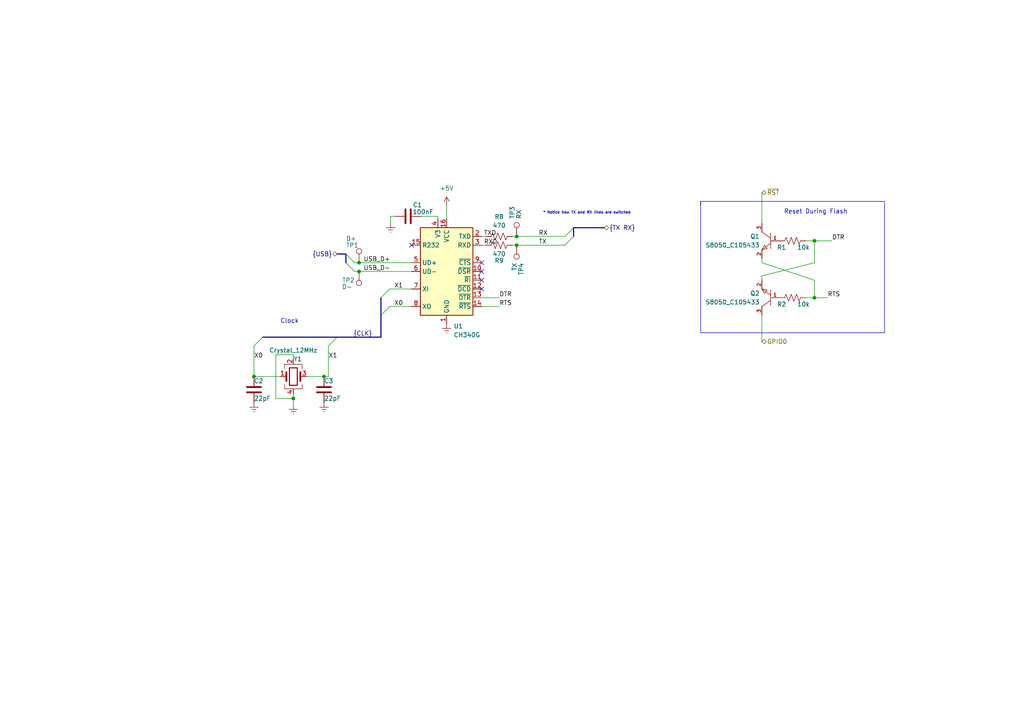
<source format=kicad_sch>
(kicad_sch (version 20230121) (generator eeschema)
  (paper "A4")
  (title_block (title "Spotify Reactive IoT LED Strip Driver") (date "2023-08-13") (rev "v1.8-a") (comment 1 "A modular, internet connected LED strip driver") (comment 2 "that reacts to the currently playing song on spotify"))
  (lib_symbols
    (symbol "Connector:TestPoint" (pin_numbers hide) (pin_names (offset 0.762) hide)
      (property "Reference" "TP" (at 0 6.858 0))
      (property "Value" "TestPoint" (at 0 5.08 0))
      (symbol "TestPoint_0_1"
        (circle (center 0 3.302) (radius 0.762))
      )
      (symbol "TestPoint_1_1"
        (pin passive line (at 0 0 90) (length 2.54) (name "1") (number "1"))
      )
    )
    (symbol "Device:C" (pin_numbers hide) (pin_names (offset 0.254))
      (property "Reference" "C" (at 0.635 2.54 0))
      (property "Value" "C" (at 0.635 -2.54 0))
      (symbol "C_0_1"
        (polyline (pts (xy -2.032 -0.762) (xy 2.032 -0.762)) (stroke (width 0.508)))
        (polyline (pts (xy -2.032 0.762) (xy 2.032 0.762)) (stroke (width 0.508)))
      )
      (symbol "C_1_1"
        (pin passive line (at 0 3.81 270) (length 2.794) (name "~") (number "1"))
        (pin passive line (at 0 -3.81 90) (length 2.794) (name "~") (number "2"))
      )
    )
    (symbol "Device:Crystal_GND24" (pin_names (offset 1.016) hide)
      (property "Reference" "Y" (at 3.175 5.08 0))
      (property "Value" "Crystal_GND24" (at 3.175 3.175 0))
      (symbol "Crystal_GND24_0_1"
        (rectangle (start -1.143 2.54) (end 1.143 -2.54) (stroke (width 0.3048)))
        (polyline (pts (xy -2.54 0) (xy -2.032 0)))
        (polyline (pts (xy -2.032 -1.27) (xy -2.032 1.27)) (stroke (width 0.508)))
        (polyline (pts (xy 0 -3.81) (xy 0 -3.556)))
        (polyline (pts (xy 0 3.556) (xy 0 3.81)))
        (polyline (pts (xy 2.032 -1.27) (xy 2.032 1.27)) (stroke (width 0.508)))
        (polyline (pts (xy 2.032 0) (xy 2.54 0)))
        (polyline (pts (xy -2.54 -2.286) (xy -2.54 -3.556) (xy 2.54 -3.556) (xy 2.54 -2.286)))
        (polyline (pts (xy -2.54 2.286) (xy -2.54 3.556) (xy 2.54 3.556) (xy 2.54 2.286)))
      )
      (symbol "Crystal_GND24_1_1"
        (pin passive line (at -3.81 0 0) (length 1.27) (name "1") (number "1"))
        (pin passive line (at 0 5.08 270) (length 1.27) (name "2") (number "2"))
        (pin passive line (at 3.81 0 180) (length 1.27) (name "3") (number "3"))
        (pin passive line (at 0 -5.08 90) (length 1.27) (name "4") (number "4"))
      )
    )
    (symbol "Device:R_US" (pin_numbers hide) (pin_names (offset 0))
      (property "Reference" "R" (at 2.54 0 90))
      (property "Value" "R_US" (at -2.54 0 90))
      (symbol "R_US_0_1"
        (polyline (pts (xy 0 -2.286) (xy 0 -2.54)))
        (polyline (pts (xy 0 2.286) (xy 0 2.54)))
        (polyline (pts (xy 0 -0.762) (xy 1.016 -1.143) (xy 0 -1.524) (xy -1.016 -1.905) (xy 0 -2.286)))
        (polyline (pts (xy 0 0.762) (xy 1.016 0.381) (xy 0 0) (xy -1.016 -0.381) (xy 0 -0.762)))
        (polyline (pts (xy 0 2.286) (xy 1.016 1.905) (xy 0 1.524) (xy -1.016 1.143) (xy 0 0.762)))
      )
      (symbol "R_US_1_1"
        (pin passive line (at 0 3.81 270) (length 1.27) (name "~") (number "1"))
        (pin passive line (at 0 -3.81 90) (length 1.27) (name "~") (number "2"))
      )
    )
    (symbol "Interface_USB:CH340G"
      (property "Reference" "U" (at -5.08 13.97 0))
      (property "Value" "CH340G" (at 1.27 13.97 0))
      (symbol "CH340G_0_1"
        (rectangle (start -7.62 12.7) (end 7.62 -12.7) (stroke (width 0.254)) (fill (type background)))
      )
      (symbol "CH340G_1_1"
        (pin power_in line (at 0 -15.24 90) (length 2.54) (name "GND") (number "1"))
        (pin input line (at 10.16 0 180) (length 2.54) (name "~{DSR}") (number "10"))
        (pin input line (at 10.16 -2.54 180) (length 2.54) (name "~{RI}") (number "11"))
        (pin input line (at 10.16 -5.08 180) (length 2.54) (name "~{DCD}") (number "12"))
        (pin output line (at 10.16 -7.62 180) (length 2.54) (name "~{DTR}") (number "13"))
        (pin output line (at 10.16 -10.16 180) (length 2.54) (name "~{RTS}") (number "14"))
        (pin input line (at -10.16 7.62 0) (length 2.54) (name "R232") (number "15"))
        (pin power_in line (at 0 15.24 270) (length 2.54) (name "VCC") (number "16"))
        (pin output line (at 10.16 10.16 180) (length 2.54) (name "TXD") (number "2"))
        (pin input line (at 10.16 7.62 180) (length 2.54) (name "RXD") (number "3"))
        (pin passive line (at -2.54 15.24 270) (length 2.54) (name "V3") (number "4"))
        (pin bidirectional line (at -10.16 2.54 0) (length 2.54) (name "UD+") (number "5"))
        (pin bidirectional line (at -10.16 0 0) (length 2.54) (name "UD-") (number "6"))
        (pin input line (at -10.16 -5.08 0) (length 2.54) (name "XI") (number "7"))
        (pin output line (at -10.16 -10.16 0) (length 2.54) (name "XO") (number "8"))
        (pin input line (at 10.16 2.54 180) (length 2.54) (name "~{CTS}") (number "9"))
      )
    )
    (symbol "S8050_lib:S8050_C105433" (pin_names hide)
      (property "Reference" "U" (at 0 1.27 0))
      (property "Value" "S8050_C105433" (at 0 -2.54 0))
      (symbol "S8050_C105433_0_1"
        (polyline (pts (xy 0 -0.762) (xy 2.54 -2.54)))
        (polyline (pts (xy 0 2.286) (xy 0 -2.286)))
        (polyline (pts (xy 2.54 2.54) (xy 0 0.762)))
        (polyline (pts (xy 2.54 -2.54) (xy 1.778 -1.27) (xy 1.016 -2.286) (xy 2.54 -2.54)) (fill (type background)))
        (pin input line (at -2.54 0 0) (length 2.54) (name "1") (number "1"))
        (pin input line (at 2.54 -5.08 90) (length 2.54) (name "2") (number "2"))
        (pin input line (at 2.54 5.08 270) (length 2.54) (name "3") (number "3"))
      )
    )
    (symbol "power:+5V" (power) (pin_names (offset 0))
      (property "Value" "+5V" (at 0 3.556 0))
      (symbol "+5V_0_1"
        (polyline (pts (xy -0.762 1.27) (xy 0 2.54)))
        (polyline (pts (xy 0 0) (xy 0 2.54)))
        (polyline (pts (xy 0 2.54) (xy 0.762 1.27)))
      )
      (symbol "+5V_1_1"
        (pin power_in line (at 0 0 90) (length 0) hide (name "+5V") (number "1"))
      )
    )
    (symbol "power:Earth" (power) (pin_names (offset 0))
      (symbol "Earth_0_1"
        (polyline (pts (xy -0.635 -1.905) (xy 0.635 -1.905)))
        (polyline (pts (xy -0.127 -2.54) (xy 0.127 -2.54)))
        (polyline (pts (xy 0 -1.27) (xy 0 0)))
        (polyline (pts (xy 1.27 -1.27) (xy -1.27 -1.27)))
      )
      (symbol "Earth_1_1"
        (pin power_in line (at 0 0 270) (length 0) hide (name "Earth") (number "1"))
      )
    )
  )
  (junction (at 236.22 69.85))
  (junction (at 104.14 76.2))
  (junction (at 149.86 71.12))
  (junction (at 85.09 115.57))
  (junction (at 73.66 109.22))
  (junction (at 236.22 86.36))
  (junction (at 104.14 78.74))
  (junction (at 93.98 109.22))
  (junction (at 149.86 68.58))
  (no_connect (at 119.38 71.12))
  (no_connect (at 139.7 81.28))
  (no_connect (at 139.7 76.2))
  (no_connect (at 139.7 83.82))
  (no_connect (at 139.7 78.74))
  (bus_entry (at 110.49 91.44) (size 2.54 -2.54))
  (bus_entry (at 95.25 100.33) (size 2.54 -2.54))
  (bus_entry (at 163.83 71.12) (size 2.54 -2.54))
  (bus_entry (at 100.33 76.2) (size 2.54 2.54))
  (bus_entry (at 100.33 73.66) (size 2.54 2.54))
  (bus_entry (at 163.83 68.58) (size 2.54 -2.54))
  (bus_entry (at 73.66 100.33) (size 2.54 -2.54))
  (bus_entry (at 110.49 86.36) (size 2.54 -2.54))
  (wire (pts (xy 122.174 62.738) (xy 127 62.738)))
  (wire (pts (xy 220.98 80.01) (xy 220.98 81.28)))
  (polyline (pts (xy 256.54 58.42) (xy 203.2 58.42)))
  (wire (pts (xy 102.87 78.74) (xy 104.14 78.74)))
  (wire (pts (xy 220.98 91.44) (xy 220.98 99.06)))
  (wire (pts (xy 139.7 88.9) (xy 144.78 88.9)))
  (wire (pts (xy 73.66 109.22) (xy 81.28 109.22)))
  (polyline (pts (xy 203.2 96.52) (xy 256.54 96.52)))
  (bus (pts (xy 110.49 97.79) (xy 97.79 97.79)))
  (polyline (pts (xy 203.2 58.42) (xy 203.2 59.69)))
  (wire (pts (xy 73.66 100.33) (xy 73.66 109.22)))
  (wire (pts (xy 139.7 86.36) (xy 144.78 86.36)))
  (wire (pts (xy 80.01 102.87) (xy 80.01 115.57)))
  (wire (pts (xy 113.03 83.82) (xy 119.38 83.82)))
  (bus (pts (xy 97.79 73.66) (xy 100.33 73.66)))
  (wire (pts (xy 139.7 71.12) (xy 140.97 71.12)))
  (wire (pts (xy 220.98 74.93) (xy 220.98 76.2)))
  (wire (pts (xy 129.54 59.69) (xy 129.54 63.5)))
  (wire (pts (xy 220.98 76.2) (xy 236.22 81.28)))
  (wire (pts (xy 236.22 69.85) (xy 236.22 76.2)))
  (bus (pts (xy 166.37 68.58) (xy 166.37 66.04)))
  (bus (pts (xy 110.49 91.44) (xy 110.49 97.79)))
  (wire (pts (xy 139.7 68.58) (xy 140.97 68.58)))
  (wire (pts (xy 233.68 69.85) (xy 236.22 69.85)))
  (wire (pts (xy 104.14 78.74) (xy 119.38 78.74)))
  (wire (pts (xy 95.25 100.33) (xy 95.25 109.22)))
  (bus (pts (xy 166.37 66.04) (xy 175.26 66.04)))
  (wire (pts (xy 236.22 86.36) (xy 240.03 86.36)))
  (wire (pts (xy 102.87 76.2) (xy 104.14 76.2)))
  (wire (pts (xy 148.59 71.12) (xy 149.86 71.12)))
  (wire (pts (xy 220.98 80.01) (xy 236.22 76.2)))
  (wire (pts (xy 80.01 115.57) (xy 85.09 115.57)))
  (wire (pts (xy 113.03 88.9) (xy 119.38 88.9)))
  (wire (pts (xy 85.09 104.14) (xy 85.09 102.87)))
  (wire (pts (xy 233.68 86.36) (xy 236.22 86.36)))
  (wire (pts (xy 127 62.738) (xy 127 63.5)))
  (wire (pts (xy 93.98 109.22) (xy 95.25 109.22)))
  (wire (pts (xy 85.09 102.87) (xy 80.01 102.87)))
  (wire (pts (xy 85.09 115.57) (xy 85.09 117.475)))
  (wire (pts (xy 149.86 71.12) (xy 163.83 71.12)))
  (bus (pts (xy 110.49 86.36) (xy 110.49 91.44)))
  (wire (pts (xy 85.09 114.3) (xy 85.09 115.57)))
  (wire (pts (xy 220.98 55.88) (xy 220.98 64.77)))
  (wire (pts (xy 113.284 62.738) (xy 113.284 64.77)))
  (wire (pts (xy 148.59 68.58) (xy 149.86 68.58)))
  (bus (pts (xy 76.2 97.79) (xy 97.79 97.79)))
  (wire (pts (xy 236.22 69.85) (xy 241.3 69.85)))
  (wire (pts (xy 114.554 62.738) (xy 113.284 62.738)))
  (polyline (pts (xy 203.2 58.42) (xy 203.2 96.52)))
  (wire (pts (xy 104.14 76.2) (xy 119.38 76.2)))
  (wire (pts (xy 236.22 81.28) (xy 236.22 86.36)))
  (bus (pts (xy 100.33 73.66) (xy 100.33 76.2)))
  (polyline (pts (xy 256.54 96.52) (xy 256.54 58.42)))
  (wire (pts (xy 149.86 68.58) (xy 163.83 68.58)))
  (wire (pts (xy 88.9 109.22) (xy 93.98 109.22)))
  (text "* Notice how TX and RX lines are switched" (at 157.48 62.23 0) (effects (font (size 0.762 0.762)) (justify left bottom)))
  (text "Reset During Flash" (at 227.33 62.23 0) (effects (font (size 1.27 1.27)) (justify left bottom)))
  (text "Clock\n" (at 81.28 93.98 0) (effects (font (size 1.27 1.27)) (justify left bottom)))
  (label "DTR" (at 241.3 69.85 0))
  (label "X0" (at 73.66 104.14 0))
  (label "X1" (at 114.3 83.82 0))
  (label "{CLK}" (at 107.95 97.79 180))
  (label "RX" (at 156.21 68.58 0))
  (label "USB_D+" (at 105.41 76.2 0))
  (label "RXD" (at 140.335 71.12 0))
  (label "RTS" (at 144.78 88.9 0))
  (label "USB_D-" (at 105.41 78.74 0))
  (label "TX" (at 156.21 71.12 0))
  (label "X0" (at 114.3 88.9 0))
  (label "RTS" (at 240.03 86.36 0))
  (label "TXD" (at 140.335 68.58 0))
  (label "X1" (at 95.25 104.14 0))
  (label "DTR" (at 144.78 86.36 0))
  (hierarchical_label "~{RST}" (shape bidirectional) (at 220.98 55.88 0))
  (hierarchical_label "{TX RX}" (shape bidirectional) (at 175.26 66.04 0))
  (hierarchical_label "{USB}" (shape bidirectional) (at 97.79 73.66 180))
  (hierarchical_label "GPIO0" (shape bidirectional) (at 220.98 99.06 0))
  (symbol (lib_id "power:Earth") (at 93.98 116.84 0) (mirror y) (unit 1)
    (property "Reference" "#PWR0108" (effects hide))
    (property "Value" "Earth" (effects hide))
  )
  (symbol (lib_id "S8050_lib:S8050_C105433") (at 223.52 86.36 180) (unit 1)
    (property "Reference" "Q2" (at 220.345 85.0899 0) (effects (justify left)))
    (property "Value" "S8050_C105433" (at 220.345 87.6299 0) (effects (justify left)))
    (property "Footprint" "Package_TO_SOT_SMD:SOT-23-3" (effects hide))
    (property "Datasheet" "https://item.szlcsc.com/14454.html" (effects hide))
    (property "LCSC" "C105433" (effects hide))
    (property "Vendor" "https://www.lcsc.com/product-detail/Bipolar-Transistors-BJT_Jiangsu-Changjing-Electronics-Technology-Co-Ltd-S8050_C105433.html" (effects hide))
  )
  (symbol (lib_id "Connector:TestPoint") (at 149.86 71.12 180) (unit 1) (in_bom no)
    (property "Reference" "TP4" (at 151.13 76.2 90) (effects (justify left)))
    (property "Value" "TX" (at 149.225 76.2 90) (effects (justify left)))
    (property "Footprint" "TestPoint:TestPoint_Pad_D1.5mm" (effects hide))
  )
  (symbol (lib_id "Connector:TestPoint") (at 104.14 78.74 180) (unit 1) (in_bom no)
    (property "Reference" "TP2" (at 102.87 81.28 0) (effects (justify left)))
    (property "Value" "D-" (at 102.235 83.185 0) (effects (justify left)))
    (property "Footprint" "TestPoint:TestPoint_Pad_D1.5mm" (effects hide))
  )
  (symbol (lib_id "Device:R_US") (at 229.87 69.85 90) (unit 1)
    (property "Reference" "R1" (at 226.695 71.755 90))
    (property "Value" "10k" (at 233.045 71.755 90))
    (property "Footprint" "Resistor_SMD:R_0805_2012Metric_Pad1.20x1.40mm_HandSolder" (effects hide))
    (property "Vendor" "https://www.lcsc.com/product-detail/Chip-Resistor-Surface-Mount_FOJAN-FRQ0805F1002TS_C5159708.html" (effects hide))
    (property "LCSC" "C17414" (effects hide))
  )
  (symbol (lib_id "Device:C") (at 118.364 62.738 90) (unit 1)
    (property "Reference" "C1" (at 122.428 59.436 90) (effects (justify left)))
    (property "Value" "100nF" (at 125.73 61.468 90) (effects (justify left)))
    (property "Footprint" "Capacitor_SMD:C_0805_2012Metric_Pad1.18x1.45mm_HandSolder" (effects hide))
    (property "Vendor" "https://www.lcsc.com/product-detail/Multilayer-Ceramic-Capacitors-MLCC-SMD-SMT_FH-Guangdong-Fenghua-Advanced-Tech-0805B104K500NT_C38141.html" (effects hide))
    (property "LCSC" "C49678" (effects hide))
  )
  (symbol (lib_id "Device:R_US") (at 144.78 68.58 90) (unit 1)
    (property "Reference" "R8" (at 144.78 62.865 90))
    (property "Value" "470" (at 144.78 65.405 90))
    (property "Footprint" "Resistor_SMD:R_0805_2012Metric_Pad1.20x1.40mm_HandSolder" (effects hide))
    (property "Vendor" "https://www.lcsc.com/product-detail/Chip-Resistor-Surface-Mount_VO-0805-5-470_C2889528.html" (effects hide))
    (property "LCSC" "C17710" (effects hide))
  )
  (symbol (lib_id "Connector:TestPoint") (at 149.86 68.58 0) (unit 1) (in_bom no)
    (property "Reference" "TP3" (at 148.59 63.5 90) (effects (justify left)))
    (property "Value" "RX" (at 150.495 63.5 90) (effects (justify left)))
    (property "Footprint" "TestPoint:TestPoint_Pad_D1.5mm" (effects hide))
  )
  (symbol (lib_id "power:Earth") (at 129.54 93.98 0) (mirror y) (unit 1)
    (property "Reference" "#PWR0103" (effects hide))
    (property "Value" "Earth" (effects hide))
  )
  (symbol (lib_id "power:Earth") (at 85.09 117.475 0) (mirror y) (unit 1)
    (property "Reference" "#PWR0110" (effects hide))
    (property "Value" "Earth" (effects hide))
  )
  (symbol (lib_id "S8050_lib:S8050_C105433") (at 223.52 69.85 0) (mirror y) (unit 1)
    (property "Reference" "Q1" (at 220.345 68.5799 0) (effects (justify left)))
    (property "Value" "S8050_C105433" (at 220.345 71.1199 0) (effects (justify left)))
    (property "Footprint" "Package_TO_SOT_SMD:SOT-23-3" (effects hide))
    (property "Datasheet" "https://item.szlcsc.com/14454.html" (effects hide))
    (property "LCSC" "C105433" (effects hide))
    (property "Vendor" "https://www.lcsc.com/product-detail/Bipolar-Transistors-BJT_Jiangsu-Changjing-Electronics-Technology-Co-Ltd-S8050_C105433.html" (effects hide))
  )
  (symbol (lib_id "Device:Crystal_GND24") (at 85.09 109.22 0) (unit 1)
    (property "Reference" "Y1" (at 86.36 104.14 0))
    (property "Value" "Crystal_12MHz" (at 85.09 101.6 0))
    (property "Footprint" "Crystal:Crystal_SMD_3225-4Pin_3.2x2.5mm_HandSoldering" (effects hide))
    (property "Vendor" "https://www.lcsc.com/product-detail/Crystals_Yangxing-Tech-XL2EL89CSI-111YLC-12M_C5280576.html" (effects hide))
    (property "LCSC" "C9002" (effects hide))
  )
  (symbol (lib_id "power:Earth") (at 113.284 64.77 0) (unit 1)
    (property "Reference" "#PWR0102" (effects hide))
    (property "Value" "Earth" (effects hide))
  )
  (symbol (lib_id "power:Earth") (at 73.66 116.84 0) (mirror y) (unit 1)
    (property "Reference" "#PWR0109" (effects hide))
    (property "Value" "Earth" (effects hide))
  )
  (symbol (lib_id "Device:R_US") (at 144.78 71.12 90) (unit 1)
    (property "Reference" "R9" (at 144.78 75.565 90))
    (property "Value" "470" (at 144.78 73.66 90))
    (property "Footprint" "Resistor_SMD:R_0805_2012Metric_Pad1.20x1.40mm_HandSolder" (effects hide))
    (property "Vendor" "https://www.lcsc.com/product-detail/Chip-Resistor-Surface-Mount_VO-0805-5-470_C2889528.html" (effects hide))
    (property "LCSC" "C17710" (effects hide))
  )
  (symbol (lib_id "power:+5V") (at 129.54 59.69 0) (unit 1)
    (property "Reference" "#PWR0104" (effects hide))
    (property "Value" "+5V" (at 129.54 54.61 0))
  )
  (symbol (lib_id "Device:C") (at 93.98 113.03 0) (unit 1)
    (property "Reference" "C3" (at 93.98 110.49 0) (effects (justify left)))
    (property "Value" "22pF" (at 93.98 115.57 0) (effects (justify left)))
    (property "Footprint" "Capacitor_SMD:C_0805_2012Metric_Pad1.18x1.45mm_HandSolder" (effects hide))
    (property "Vendor" "https://www.lcsc.com/product-detail/Multilayer-Ceramic-Capacitors-MLCC-SMD-SMT_FH-Guangdong-Fenghua-Advanced-Tech-0805CG220J500NT_C24658.html" (effects hide))
    (property "LCSC" "C1804" (effects hide))
  )
  (symbol (lib_id "Device:C") (at 73.66 113.03 0) (unit 1)
    (property "Reference" "C2" (at 73.66 110.49 0) (effects (justify left)))
    (property "Value" "22pF" (at 73.66 115.57 0) (effects (justify left)))
    (property "Footprint" "Capacitor_SMD:C_0805_2012Metric_Pad1.18x1.45mm_HandSolder" (effects hide))
    (property "Vendor" "https://www.lcsc.com/product-detail/Multilayer-Ceramic-Capacitors-MLCC-SMD-SMT_FH-Guangdong-Fenghua-Advanced-Tech-0805CG220J500NT_C24658.html" (effects hide))
    (property "LCSC" "C1804" (effects hide))
  )
  (symbol (lib_id "Connector:TestPoint") (at 104.14 76.2 0) (unit 1) (in_bom no)
    (property "Reference" "TP1" (at 100.33 71.12 0) (effects (justify left)))
    (property "Value" "D+" (at 100.33 69.215 0) (effects (justify left)))
    (property "Footprint" "TestPoint:TestPoint_Pad_D1.5mm" (effects hide))
  )
  (symbol (lib_id "Device:R_US") (at 229.87 86.36 90) (unit 1)
    (property "Reference" "R2" (at 226.695 88.265 90))
    (property "Value" "10k" (at 233.045 88.265 90))
    (property "Footprint" "Resistor_SMD:R_0805_2012Metric_Pad1.20x1.40mm_HandSolder" (effects hide))
    (property "Vendor" "https://www.lcsc.com/product-detail/Chip-Resistor-Surface-Mount_FOJAN-FRQ0805F1002TS_C5159708.html" (effects hide))
    (property "LCSC" "C17414" (effects hide))
  )
  (symbol (lib_id "Interface_USB:CH340G") (at 129.54 78.74 0) (unit 1)
    (property "Reference" "U1" (at 131.5594 94.615 0) (effects (justify left)))
    (property "Value" "CH340G" (at 131.5594 97.155 0) (effects (justify left)))
    (property "Footprint" "Package_SO:SOIC-16_3.9x9.9mm_P1.27mm" (effects hide))
    (property "Datasheet" "http://www.datasheet5.com/pdf-local-2195953" (effects hide))
    (property "Vendor" "https://www.lcsc.com/product-detail/USB-ICs_WCH-Jiangsu-Qin-Heng-CH340G_C14267.html" (effects hide))
    (property "LCSC" "C14267" (effects hide))
  )
)
</source>
